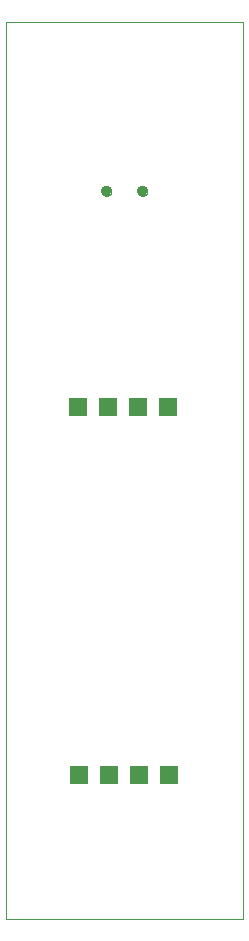
<source format=gbs>
G75*
%MOIN*%
%OFA0B0*%
%FSLAX25Y25*%
%IPPOS*%
%LPD*%
%AMOC8*
5,1,8,0,0,1.08239X$1,22.5*
%
%ADD10C,0.00000*%
%ADD11R,0.06337X0.06337*%
%ADD12C,0.03600*%
D10*
X0002667Y0001800D02*
X0002667Y0300700D01*
X0081667Y0300700D01*
X0081667Y0001800D01*
X0002667Y0001800D01*
X0034567Y0244300D02*
X0034569Y0244380D01*
X0034575Y0244459D01*
X0034585Y0244538D01*
X0034599Y0244617D01*
X0034616Y0244695D01*
X0034638Y0244772D01*
X0034663Y0244847D01*
X0034693Y0244921D01*
X0034725Y0244994D01*
X0034762Y0245065D01*
X0034802Y0245134D01*
X0034845Y0245201D01*
X0034892Y0245266D01*
X0034941Y0245328D01*
X0034994Y0245388D01*
X0035050Y0245445D01*
X0035108Y0245500D01*
X0035169Y0245551D01*
X0035233Y0245599D01*
X0035299Y0245644D01*
X0035367Y0245686D01*
X0035437Y0245724D01*
X0035509Y0245758D01*
X0035582Y0245789D01*
X0035657Y0245817D01*
X0035734Y0245840D01*
X0035811Y0245860D01*
X0035889Y0245876D01*
X0035968Y0245888D01*
X0036047Y0245896D01*
X0036127Y0245900D01*
X0036207Y0245900D01*
X0036287Y0245896D01*
X0036366Y0245888D01*
X0036445Y0245876D01*
X0036523Y0245860D01*
X0036600Y0245840D01*
X0036677Y0245817D01*
X0036752Y0245789D01*
X0036825Y0245758D01*
X0036897Y0245724D01*
X0036967Y0245686D01*
X0037035Y0245644D01*
X0037101Y0245599D01*
X0037165Y0245551D01*
X0037226Y0245500D01*
X0037284Y0245445D01*
X0037340Y0245388D01*
X0037393Y0245328D01*
X0037442Y0245266D01*
X0037489Y0245201D01*
X0037532Y0245134D01*
X0037572Y0245065D01*
X0037609Y0244994D01*
X0037641Y0244921D01*
X0037671Y0244847D01*
X0037696Y0244772D01*
X0037718Y0244695D01*
X0037735Y0244617D01*
X0037749Y0244538D01*
X0037759Y0244459D01*
X0037765Y0244380D01*
X0037767Y0244300D01*
X0037765Y0244220D01*
X0037759Y0244141D01*
X0037749Y0244062D01*
X0037735Y0243983D01*
X0037718Y0243905D01*
X0037696Y0243828D01*
X0037671Y0243753D01*
X0037641Y0243679D01*
X0037609Y0243606D01*
X0037572Y0243535D01*
X0037532Y0243466D01*
X0037489Y0243399D01*
X0037442Y0243334D01*
X0037393Y0243272D01*
X0037340Y0243212D01*
X0037284Y0243155D01*
X0037226Y0243100D01*
X0037165Y0243049D01*
X0037101Y0243001D01*
X0037035Y0242956D01*
X0036967Y0242914D01*
X0036897Y0242876D01*
X0036825Y0242842D01*
X0036752Y0242811D01*
X0036677Y0242783D01*
X0036600Y0242760D01*
X0036523Y0242740D01*
X0036445Y0242724D01*
X0036366Y0242712D01*
X0036287Y0242704D01*
X0036207Y0242700D01*
X0036127Y0242700D01*
X0036047Y0242704D01*
X0035968Y0242712D01*
X0035889Y0242724D01*
X0035811Y0242740D01*
X0035734Y0242760D01*
X0035657Y0242783D01*
X0035582Y0242811D01*
X0035509Y0242842D01*
X0035437Y0242876D01*
X0035367Y0242914D01*
X0035299Y0242956D01*
X0035233Y0243001D01*
X0035169Y0243049D01*
X0035108Y0243100D01*
X0035050Y0243155D01*
X0034994Y0243212D01*
X0034941Y0243272D01*
X0034892Y0243334D01*
X0034845Y0243399D01*
X0034802Y0243466D01*
X0034762Y0243535D01*
X0034725Y0243606D01*
X0034693Y0243679D01*
X0034663Y0243753D01*
X0034638Y0243828D01*
X0034616Y0243905D01*
X0034599Y0243983D01*
X0034585Y0244062D01*
X0034575Y0244141D01*
X0034569Y0244220D01*
X0034567Y0244300D01*
X0046567Y0244300D02*
X0046569Y0244380D01*
X0046575Y0244459D01*
X0046585Y0244538D01*
X0046599Y0244617D01*
X0046616Y0244695D01*
X0046638Y0244772D01*
X0046663Y0244847D01*
X0046693Y0244921D01*
X0046725Y0244994D01*
X0046762Y0245065D01*
X0046802Y0245134D01*
X0046845Y0245201D01*
X0046892Y0245266D01*
X0046941Y0245328D01*
X0046994Y0245388D01*
X0047050Y0245445D01*
X0047108Y0245500D01*
X0047169Y0245551D01*
X0047233Y0245599D01*
X0047299Y0245644D01*
X0047367Y0245686D01*
X0047437Y0245724D01*
X0047509Y0245758D01*
X0047582Y0245789D01*
X0047657Y0245817D01*
X0047734Y0245840D01*
X0047811Y0245860D01*
X0047889Y0245876D01*
X0047968Y0245888D01*
X0048047Y0245896D01*
X0048127Y0245900D01*
X0048207Y0245900D01*
X0048287Y0245896D01*
X0048366Y0245888D01*
X0048445Y0245876D01*
X0048523Y0245860D01*
X0048600Y0245840D01*
X0048677Y0245817D01*
X0048752Y0245789D01*
X0048825Y0245758D01*
X0048897Y0245724D01*
X0048967Y0245686D01*
X0049035Y0245644D01*
X0049101Y0245599D01*
X0049165Y0245551D01*
X0049226Y0245500D01*
X0049284Y0245445D01*
X0049340Y0245388D01*
X0049393Y0245328D01*
X0049442Y0245266D01*
X0049489Y0245201D01*
X0049532Y0245134D01*
X0049572Y0245065D01*
X0049609Y0244994D01*
X0049641Y0244921D01*
X0049671Y0244847D01*
X0049696Y0244772D01*
X0049718Y0244695D01*
X0049735Y0244617D01*
X0049749Y0244538D01*
X0049759Y0244459D01*
X0049765Y0244380D01*
X0049767Y0244300D01*
X0049765Y0244220D01*
X0049759Y0244141D01*
X0049749Y0244062D01*
X0049735Y0243983D01*
X0049718Y0243905D01*
X0049696Y0243828D01*
X0049671Y0243753D01*
X0049641Y0243679D01*
X0049609Y0243606D01*
X0049572Y0243535D01*
X0049532Y0243466D01*
X0049489Y0243399D01*
X0049442Y0243334D01*
X0049393Y0243272D01*
X0049340Y0243212D01*
X0049284Y0243155D01*
X0049226Y0243100D01*
X0049165Y0243049D01*
X0049101Y0243001D01*
X0049035Y0242956D01*
X0048967Y0242914D01*
X0048897Y0242876D01*
X0048825Y0242842D01*
X0048752Y0242811D01*
X0048677Y0242783D01*
X0048600Y0242760D01*
X0048523Y0242740D01*
X0048445Y0242724D01*
X0048366Y0242712D01*
X0048287Y0242704D01*
X0048207Y0242700D01*
X0048127Y0242700D01*
X0048047Y0242704D01*
X0047968Y0242712D01*
X0047889Y0242724D01*
X0047811Y0242740D01*
X0047734Y0242760D01*
X0047657Y0242783D01*
X0047582Y0242811D01*
X0047509Y0242842D01*
X0047437Y0242876D01*
X0047367Y0242914D01*
X0047299Y0242956D01*
X0047233Y0243001D01*
X0047169Y0243049D01*
X0047108Y0243100D01*
X0047050Y0243155D01*
X0046994Y0243212D01*
X0046941Y0243272D01*
X0046892Y0243334D01*
X0046845Y0243399D01*
X0046802Y0243466D01*
X0046762Y0243535D01*
X0046725Y0243606D01*
X0046693Y0243679D01*
X0046663Y0243753D01*
X0046638Y0243828D01*
X0046616Y0243905D01*
X0046599Y0243983D01*
X0046585Y0244062D01*
X0046575Y0244141D01*
X0046569Y0244220D01*
X0046567Y0244300D01*
D11*
X0046667Y0172300D03*
X0036667Y0172300D03*
X0026667Y0172300D03*
X0056667Y0172300D03*
X0057167Y0049800D03*
X0047167Y0049800D03*
X0037167Y0049800D03*
X0027167Y0049800D03*
D12*
X0036167Y0244300D03*
X0048167Y0244300D03*
M02*

</source>
